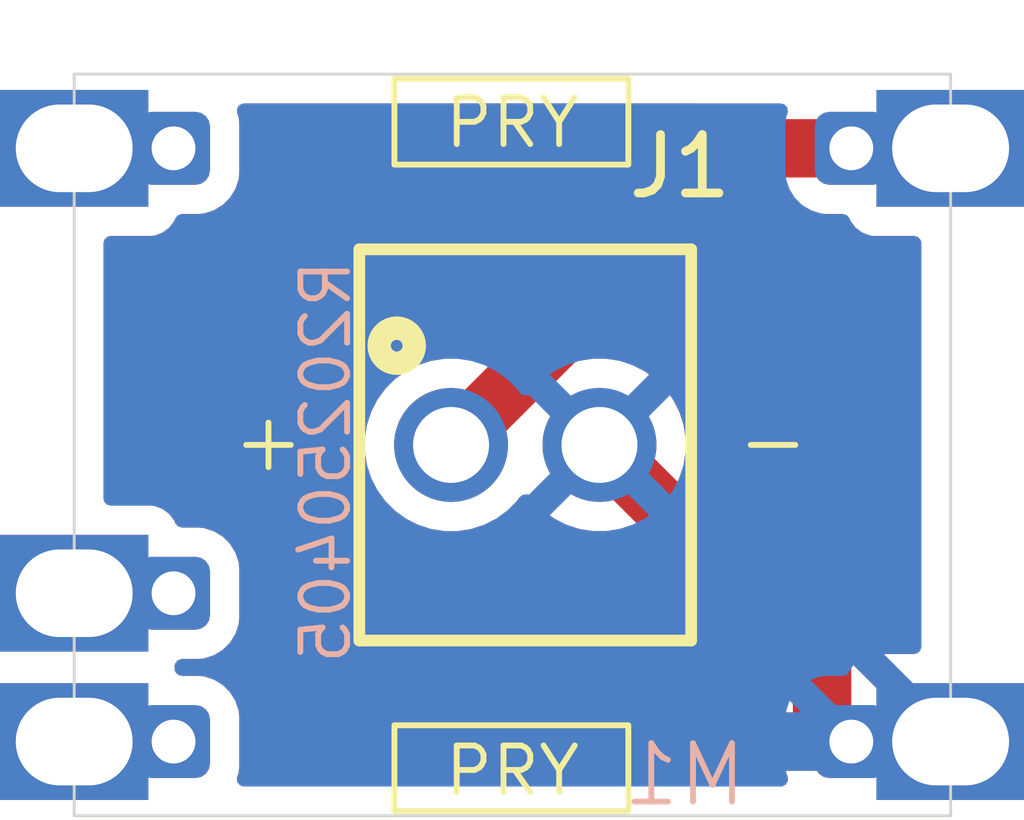
<source format=kicad_pcb>
(kicad_pcb (version 20241229) (generator "pcbnew") (generator_version "9.0")
  (layers (0 "F.Cu" signal) (2 "B.Cu" signal) (13 "F.Paste" user) (15 "B.Paste" user) (5 "F.SilkS" user "F.Silkscreen") (7 "B.SilkS" user "B.Silkscreen") (1 "F.Mask" user) (3 "B.Mask" user) (25 "Edge.Cuts" user))
  (net 0 "")
  (net 1 "VBAT_+")
  (net 2 "VBAT_-")
  (footprint "MegaCastle:691210910002" (layer "F.Cu") (at 67.906 60.88)
    (property "Reference" "J1" (at 2.648 -4.77 0) (layer "F.SilkS"))
    (property "Value" "691210910002")
    (fp_line (start -2.84 -3.35) (end 2.84 -3.35) (stroke (width 0.2)) (layer "F.SilkS"))
    (fp_line (start -2.84 3.35) (end -2.84 -3.35) (stroke (width 0.2)) (layer "F.SilkS"))
    (fp_line (start 2.84 -3.35) (end 2.84 3.35) (stroke (width 0.2)) (layer "F.SilkS"))
    (fp_line (start 2.84 3.35) (end -2.84 3.35) (stroke (width 0.2)) (layer "F.SilkS"))
    (fp_circle (center -2.2 -1.7) (end -2.1 -1.7) (stroke (width 0.4)) (fill no) (layer "F.SilkS"))
    (pad "1" thru_hole circle (at -1.27 0) (size 1.95 1.95) (drill 1.3) (layers "*.Cu" "*.Mask") (net 1 "VBAT_+"))
    (pad "2" thru_hole circle (at 1.27 0) (size 1.95 1.95) (drill 1.3) (layers "*.Cu" "*.Mask") (net 2 "VBAT_-"))
  )
  (footprint "MegaCastle:MegaCastle2x5-Module-I15.0x7.9-M8CC-SPAREPAD" (layer "B.Cu") (at 67.686 60.88 180)
    (property "Reference" "M1" (at -2.948 -5.65 0) (layer "B.SilkS") (effects (font (thickness 0.1)) (justify mirror)))
    (property "Value" "~")
    (fp_rect (start -1.984241 4.801) (end 2.019516 6.27) (stroke (width 0.1)) (fill no) (layer "F.SilkS"))
    (fp_rect (start -1.984241 -4.801) (end 2.019516 -6.27) (stroke (width 0.1)) (fill no) (layer "F.SilkS"))
    (fp_line (start 7.5 6.35) (end 7.5 -6.35) (stroke (width 0.05)) (layer "Edge.Cuts"))
    (fp_line (start -7.5 6.35) (end 7.5 6.35) (stroke (width 0.05)) (layer "Edge.Cuts"))
    (fp_line (start -7.5 6.35) (end -7.5 -6.35) (stroke (width 0.05)) (layer "Edge.Cuts"))
    (fp_line (start -7.5 -6.35) (end 7.5 -6.35) (stroke (width 0.05)) (layer "Edge.Cuts"))
    (fp_text user "PRY" (at 0 5.05 0) (layer "F.SilkS") (effects (font (size 0.8 0.8) (thickness 0.1)) (justify bottom)))
    (fp_text user "PRY" (at 0 -6.05 0) (layer "F.SilkS") (effects (font (size 0.8 0.8) (thickness 0.1)) (justify bottom)))
    (pad "1" thru_hole rect (at -7.5 5.08 180) (size 2.54 2) (drill oval 2 1.5) (property pad_prop_castellated) (layers "*.Cu" "*.Mask") (net 1 "VBAT_+"))
    (pad "1" thru_hole roundrect (at -5.8 5.08) (size 1.25 1.25) (drill 0.75) (layers "*.Cu" "*.Mask") (roundrect_rratio 0.2) (net 1 "VBAT_+"))
    (pad "5" thru_hole rect (at -7.5 -5.08 180) (size 2.54 2) (drill oval 2 1.5) (property pad_prop_castellated) (layers "*.Cu" "*.Mask") (net 2 "VBAT_-"))
    (pad "5" thru_hole roundrect (at -5.8 -5.08) (size 1.25 1.25) (drill 0.75) (layers "*.Cu" "*.Mask") (roundrect_rratio 0.2) (net 2 "VBAT_-"))
    (pad "6" thru_hole roundrect (at 5.8 5.08) (size 1.25 1.25) (drill 0.75) (layers "*.Cu" "*.Mask") (roundrect_rratio 0.2))
    (pad "6" thru_hole rect (at 7.5 5.08 180) (size 2.54 2) (drill oval 2 1.5) (property pad_prop_castellated) (layers "*.Cu" "*.Mask"))
    (pad "9" thru_hole roundrect (at 5.8 -2.54) (size 1.25 1.25) (drill 0.75) (layers "*.Cu" "*.Mask") (roundrect_rratio 0.2))
    (pad "9" thru_hole rect (at 7.5 -2.54 180) (size 2.54 2) (drill oval 2 1.5) (property pad_prop_castellated) (layers "*.Cu" "*.Mask"))
    (pad "10" thru_hole roundrect (at 5.8 -5.08) (size 1.25 1.25) (drill 0.75) (layers "*.Cu" "*.Mask") (roundrect_rratio 0.2))
    (pad "10" thru_hole rect (at 7.5 -5.08 180) (size 2.54 2) (drill oval 2 1.5) (property pad_prop_castellated) (layers "*.Cu" "*.Mask"))
  )
  (gr_text "-" (at 71.462 61.388 0) (layer "F.SilkS") (effects (font (size 1 1) (thickness 0.1)) (justify left bottom)))
  (gr_text "+" (at 62.826 61.388 0) (layer "F.SilkS") (effects (font (size 1 1) (thickness 0.1)) (justify left bottom)))
  (gr_text "R20250405" (at 64.9596 57.6542 90) (layer "B.SilkS") (effects (font (size 0.8 0.8) (thickness 0.1)) (justify left bottom mirror)))
  (segment (start 72.986 55.8) (end 71.716 55.8) (width 1) (layer "F.Cu") (net 1))
  (segment (start 71.716 55.8) (end 66.636 60.88) (width 1) (layer "F.Cu") (net 1))
  (segment (start 72.986 65.96) (end 72.986 64.69) (width 1) (layer "F.Cu") (net 2))
  (segment (start 72.986 64.69) (end 69.176 60.88) (width 1) (layer "F.Cu") (net 2))
  (segment (start 72.986 65.96) (end 70.954 65.96) (width 1) (layer "F.Cu") (net 2))
  (segment (start 72.986 65.96) (end 70.954 65.96) (width 1) (layer "B.Cu") (net 2))
  (zone (net 2) (net_name "VBAT_-") (layers "F.Cu" "B.Cu") (connect_pads (clearance 0.5)) (min_thickness 0.25) (fill yes (thermal_gap 0.5) (thermal_bridge_width 0.5))
    (polygon (pts (xy 59.524 53.26) (xy 59.524 67.23) (xy 76.034 67.23) (xy 76.034 53.26)))
  )
)
</source>
